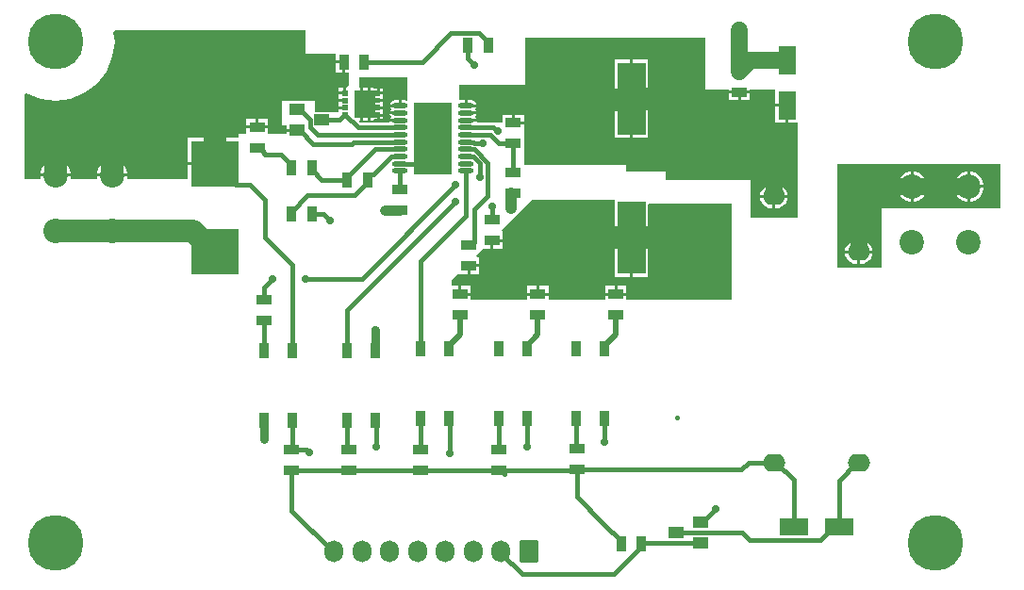
<source format=gbr>
%TF.GenerationSoftware,Altium Limited,Altium Designer,21.3.2 (30)*%
G04 Layer_Physical_Order=1*
G04 Layer_Color=255*
%FSLAX45Y45*%
%MOMM*%
%TF.SameCoordinates,D9DFDB92-F573-4E1A-9105-0BCF1000EC4C*%
%TF.FilePolarity,Positive*%
%TF.FileFunction,Copper,L1,Top,Signal*%
%TF.Part,Single*%
G01*
G75*
%TA.AperFunction,SMDPad,CuDef*%
%ADD10R,0.95000X1.40000*%
%ADD11R,4.30000X4.10000*%
%ADD12R,0.90000X1.40000*%
%ADD13R,1.40000X0.95000*%
%ADD14R,1.40000X1.00000*%
%ADD15O,1.40000X0.45000*%
%TA.AperFunction,SMDPad,SMDef*%
%ADD16R,3.40000X6.50000*%
%TA.AperFunction,SMDPad,CuDef*%
%ADD17R,0.63000X0.50000*%
%TA.AperFunction,BGAPad,CuDef*%
%ADD18R,0.25000X0.25000*%
%TA.AperFunction,SMDPad,CuDef*%
%ADD19R,0.50000X0.50000*%
%ADD20R,2.60000X1.60000*%
%ADD21R,1.60000X2.60000*%
%ADD22R,2.50000X6.50000*%
%TA.AperFunction,Conductor*%
%ADD23C,0.38100*%
%ADD24C,2.00000*%
%ADD25C,1.50000*%
%ADD26C,0.80000*%
%ADD27C,0.50000*%
%ADD28C,0.90000*%
%ADD29C,1.00000*%
%TA.AperFunction,NonConductor*%
%ADD30C,0.38100*%
%TA.AperFunction,ComponentPad*%
%ADD31C,2.20000*%
%ADD32O,2.00000X1.60000*%
G04:AMPARAMS|DCode=33|XSize=1.7mm|YSize=1.95mm|CornerRadius=0.85mm|HoleSize=0mm|Usage=FLASHONLY|Rotation=180.000|XOffset=0mm|YOffset=0mm|HoleType=Round|Shape=RoundedRectangle|*
%AMROUNDEDRECTD33*
21,1,1.70000,0.25000,0,0,180.0*
21,1,0.00000,1.95000,0,0,180.0*
1,1,1.70000,0.00000,0.12500*
1,1,1.70000,0.00000,0.12500*
1,1,1.70000,0.00000,-0.12500*
1,1,1.70000,0.00000,-0.12500*
%
%ADD33ROUNDEDRECTD33*%
G04:AMPARAMS|DCode=34|XSize=1.7mm|YSize=1.95mm|CornerRadius=0.1275mm|HoleSize=0mm|Usage=FLASHONLY|Rotation=180.000|XOffset=0mm|YOffset=0mm|HoleType=Round|Shape=RoundedRectangle|*
%AMROUNDEDRECTD34*
21,1,1.70000,1.69500,0,0,180.0*
21,1,1.44500,1.95000,0,0,180.0*
1,1,0.25500,-0.72250,0.84750*
1,1,0.25500,0.72250,0.84750*
1,1,0.25500,0.72250,-0.84750*
1,1,0.25500,-0.72250,-0.84750*
%
%ADD34ROUNDEDRECTD34*%
%ADD35C,5.00000*%
%TA.AperFunction,ViaPad*%
%ADD36C,0.70000*%
%ADD37C,1.00000*%
%ADD38C,0.50000*%
G36*
X2840000Y4989999D02*
X3114600Y4989999D01*
Y4932700D01*
X3187500D01*
Y4920000D01*
X3200200D01*
Y4824600D01*
X3230000D01*
X3230000Y4707975D01*
X3210700Y4687975D01*
X3209300D01*
Y4637575D01*
X3196600D01*
Y4624875D01*
X3139701D01*
Y4587175D01*
Y4584975D01*
X3196600D01*
Y4559575D01*
X3139701D01*
Y4519675D01*
X3196600D01*
Y4494275D01*
X3139701D01*
Y4470000D01*
X2930000D01*
Y4570000D01*
X2630000Y4570000D01*
X2630000Y4350000D01*
X2674601D01*
Y4317700D01*
X2770001D01*
Y4292300D01*
X2674601D01*
Y4270000D01*
X2505400D01*
Y4319800D01*
X2410001D01*
X2314601D01*
Y4270000D01*
X2240000D01*
Y4235400D01*
X2042700D01*
Y4005000D01*
X2030000D01*
Y3992300D01*
X1789600D01*
Y3870000D01*
X1245450D01*
X1243400Y3873067D01*
Y3887300D01*
X1108000D01*
X972600D01*
Y3873067D01*
X970551Y3870000D01*
X737450D01*
X735400Y3873067D01*
Y3887300D01*
X600000D01*
X464600D01*
Y3873067D01*
X462551Y3870000D01*
X320000D01*
X320000Y4630186D01*
X340000Y4639180D01*
X462885Y4588279D01*
X600000Y4570228D01*
X737115Y4588279D01*
X864886Y4641204D01*
X974606Y4725394D01*
X1058796Y4835114D01*
X1111721Y4962885D01*
X1129772Y5100000D01*
X1118587Y5184962D01*
X1131774Y5199999D01*
X2840000Y5200000D01*
Y4989999D01*
D02*
G37*
G36*
X3760000Y4580368D02*
X3750183Y4572311D01*
X3742501Y4573839D01*
X3707701D01*
Y4525000D01*
X3695001D01*
Y4512300D01*
X3601189D01*
X3602380Y4506311D01*
X3611608Y4492500D01*
X3602380Y4478690D01*
X3601189Y4472700D01*
X3695001D01*
Y4447300D01*
X3601189D01*
X3602380Y4441311D01*
X3611608Y4427500D01*
X3602380Y4413690D01*
X3601189Y4407701D01*
X3695001D01*
Y4382301D01*
X3600838D01*
X3592485Y4370000D01*
X3330000Y4369999D01*
Y4392100D01*
X3337300D01*
Y4417575D01*
X3284100D01*
Y4662574D01*
X3337300D01*
Y4687899D01*
X3330000D01*
Y4779999D01*
X3760000Y4780000D01*
X3760000Y4580368D01*
D02*
G37*
G36*
X6430000Y4670000D02*
X6644600D01*
Y4660200D01*
X6835400D01*
Y4670000D01*
X7064600D01*
Y4540200D01*
X7170001D01*
Y4527500D01*
X7182701D01*
Y4372100D01*
X7260000D01*
Y3519496D01*
X6840000Y3519496D01*
Y3860000D01*
X6080000D01*
Y3930000D01*
X5720000D01*
Y3990000D01*
X4810000D01*
Y4359800D01*
X4710000D01*
Y4372500D01*
X4697300D01*
Y4445400D01*
X4614600D01*
Y4370000D01*
X4395628D01*
X4386229Y4382300D01*
X4285002D01*
Y4407700D01*
X4378813D01*
X4377622Y4413690D01*
X4368394Y4427500D01*
X4377622Y4441311D01*
X4378813Y4447300D01*
X4285001D01*
Y4472700D01*
X4378813D01*
X4377622Y4478690D01*
X4368394Y4492500D01*
X4377622Y4506311D01*
X4378813Y4512300D01*
X4285001D01*
Y4525000D01*
X4272301D01*
Y4573839D01*
X4237501D01*
X4235461Y4573433D01*
X4220000Y4586121D01*
Y4710000D01*
X4821002Y4709999D01*
Y5140000D01*
X6430000D01*
X6430000Y4670000D01*
D02*
G37*
G36*
X5619600Y3680000D02*
Y3352700D01*
X5920400D01*
Y3641610D01*
X5930000Y3650000D01*
X6670000D01*
X6670000Y2780000D01*
X5725400D01*
Y2819800D01*
X5534601D01*
Y2780000D01*
X5025400Y2779999D01*
Y2819800D01*
X4834601D01*
Y2779999D01*
X4325400D01*
Y2819800D01*
X4230000D01*
Y2832500D01*
X4217300D01*
Y2905400D01*
X4160000D01*
Y2959999D01*
X4214601Y3014600D01*
X4297300D01*
Y3087500D01*
X4310000D01*
Y3100200D01*
X4405400D01*
Y3160400D01*
X4386532D01*
X4378878Y3178878D01*
X4442101Y3242100D01*
X4507300D01*
Y3315000D01*
X4520000D01*
Y3327700D01*
X4615400D01*
Y3387900D01*
X4614032D01*
X4606379Y3406378D01*
X4880001Y3680000D01*
X5619600Y3680000D01*
D02*
G37*
G36*
X9080000Y3600000D02*
X8020000D01*
Y3070000D01*
X7620000D01*
Y4000000D01*
X9080000D01*
Y3600000D01*
D02*
G37*
%LPC*%
G36*
X3174800Y4907300D02*
X3114600D01*
Y4824600D01*
X3174800D01*
Y4907300D01*
D02*
G37*
G36*
X3183900Y4687975D02*
X3139701D01*
Y4650275D01*
X3183900D01*
Y4687975D01*
D02*
G37*
G36*
X2505400Y4405400D02*
X2422701D01*
Y4345200D01*
X2505400D01*
Y4405400D01*
D02*
G37*
G36*
X2397301D02*
X2314601D01*
Y4345200D01*
X2397301D01*
Y4405400D01*
D02*
G37*
G36*
X2017300Y4235400D02*
X1789600D01*
Y4017700D01*
X2017300D01*
Y4235400D01*
D02*
G37*
G36*
X1134933Y4035400D02*
X1120700D01*
Y3912700D01*
X1243400D01*
Y3926932D01*
X1222786Y3976698D01*
X1184698Y4014786D01*
X1134933Y4035400D01*
D02*
G37*
G36*
X626933D02*
X612700D01*
Y3912700D01*
X735400D01*
Y3926932D01*
X714786Y3976698D01*
X676698Y4014786D01*
X626933Y4035400D01*
D02*
G37*
G36*
X1095300D02*
X1081067D01*
X1031302Y4014786D01*
X993214Y3976698D01*
X972600Y3926932D01*
Y3912700D01*
X1095300D01*
Y4035400D01*
D02*
G37*
G36*
X587300D02*
X573067D01*
X523302Y4014786D01*
X485214Y3976698D01*
X464600Y3926932D01*
Y3912700D01*
X587300D01*
Y4035400D01*
D02*
G37*
G36*
X3387900Y4687899D02*
X3362700D01*
Y4662574D01*
X3404000Y4662574D01*
Y4687474D01*
X3387900D01*
Y4687899D01*
D02*
G37*
G36*
X3454600Y4687474D02*
X3429400D01*
Y4662574D01*
X3490550Y4662574D01*
Y4675774D01*
X3467300D01*
X3465350Y4675775D01*
X3454600Y4680481D01*
Y4687474D01*
D02*
G37*
G36*
X3515950Y4675774D02*
Y4662573D01*
X3516101D01*
Y4650575D01*
X3541150D01*
Y4675774D01*
X3515950D01*
D02*
G37*
G36*
X3541150Y4625175D02*
X3516101D01*
Y4612877D01*
X3474100Y4612875D01*
X3474100Y4597426D01*
X3516100D01*
Y4585175D01*
X3540400D01*
Y4599975D01*
X3541150D01*
Y4625175D01*
D02*
G37*
G36*
X3682301Y4573839D02*
X3647501D01*
X3628811Y4570121D01*
X3612967Y4559534D01*
X3602380Y4543690D01*
X3601189Y4537700D01*
X3682301D01*
Y4573839D01*
D02*
G37*
G36*
X3540400Y4559775D02*
X3516100D01*
Y4547776D01*
X3474100D01*
X3474101Y4532476D01*
X3516100D01*
Y4519775D01*
X3541300D01*
Y4544975D01*
X3540400D01*
Y4559775D01*
D02*
G37*
G36*
X3541300Y4494375D02*
X3516100D01*
Y4482676D01*
X3474100D01*
Y4467226D01*
X3516100D01*
Y4454375D01*
X3540550D01*
Y4469175D01*
X3541300D01*
Y4494375D01*
D02*
G37*
G36*
X3540550Y4428975D02*
X3516100D01*
Y4417575D01*
X3515350D01*
Y4403775D01*
X3540550D01*
Y4428975D01*
D02*
G37*
G36*
X3489950Y4417575D02*
X3429400D01*
Y4393275D01*
X3454600D01*
Y4397620D01*
X3464750Y4403775D01*
X3467300Y4403775D01*
X3489950D01*
Y4417575D01*
D02*
G37*
G36*
X3404000D02*
X3362700D01*
Y4392100D01*
X3387900D01*
Y4393275D01*
X3404000D01*
Y4417575D01*
D02*
G37*
G36*
X5920400Y4940400D02*
X5782700D01*
Y4602700D01*
X5920400D01*
Y4940400D01*
D02*
G37*
G36*
X5757300D02*
X5619600D01*
Y4602700D01*
X5757300D01*
Y4940400D01*
D02*
G37*
G36*
X6835400Y4634800D02*
X6752700D01*
Y4574600D01*
X6835400D01*
Y4634800D01*
D02*
G37*
G36*
X6727300D02*
X6644600D01*
Y4574600D01*
X6727300D01*
Y4634800D01*
D02*
G37*
G36*
X4332501Y4573839D02*
X4297701D01*
Y4537700D01*
X4378813D01*
X4377622Y4543690D01*
X4367035Y4559534D01*
X4351191Y4570121D01*
X4332501Y4573839D01*
D02*
G37*
G36*
X4805400Y4445400D02*
X4722700D01*
Y4385200D01*
X4805400D01*
Y4445400D01*
D02*
G37*
G36*
X7157301Y4514800D02*
X7064600D01*
Y4372100D01*
X7157301D01*
Y4514800D01*
D02*
G37*
G36*
X5920400Y4577300D02*
X5782700D01*
Y4239600D01*
X5920400D01*
Y4577300D01*
D02*
G37*
G36*
X5757300D02*
X5619600D01*
Y4239600D01*
X5757300D01*
Y4577300D01*
D02*
G37*
G36*
X7070000Y3816309D02*
X7062700D01*
Y3722699D01*
X7174638D01*
X7172687Y3737514D01*
X7162067Y3763154D01*
X7145172Y3785171D01*
X7123155Y3802066D01*
X7097515Y3812687D01*
X7070000Y3816309D01*
D02*
G37*
G36*
X7037300D02*
X7030000D01*
X7002485Y3812687D01*
X6976845Y3802066D01*
X6954828Y3785171D01*
X6937933Y3763154D01*
X6927313Y3737514D01*
X6925362Y3722699D01*
X7037300D01*
Y3816309D01*
D02*
G37*
G36*
X7174638Y3697299D02*
X7062700D01*
Y3603690D01*
X7070000D01*
X7097515Y3607312D01*
X7123155Y3617933D01*
X7145172Y3634827D01*
X7162067Y3656845D01*
X7172687Y3682485D01*
X7174638Y3697299D01*
D02*
G37*
G36*
X7037300D02*
X6925362D01*
X6927313Y3682485D01*
X6937933Y3656845D01*
X6954828Y3634827D01*
X6976845Y3617933D01*
X7002485Y3607312D01*
X7030000Y3603690D01*
X7037300D01*
Y3697299D01*
D02*
G37*
G36*
X4615400Y3302300D02*
X4532700D01*
Y3242100D01*
X4615400D01*
Y3302300D01*
D02*
G37*
G36*
X4405400Y3074800D02*
X4322700D01*
Y3014600D01*
X4405400D01*
Y3074800D01*
D02*
G37*
G36*
X5920400Y3327300D02*
X5782700D01*
Y2989600D01*
X5920400D01*
Y3327300D01*
D02*
G37*
G36*
X5757300D02*
X5619600D01*
Y2989600D01*
X5757300D01*
Y3327300D01*
D02*
G37*
G36*
X5725400Y2905400D02*
X5642700D01*
Y2845200D01*
X5725400D01*
Y2905400D01*
D02*
G37*
G36*
X5617300D02*
X5534601D01*
Y2845200D01*
X5617300D01*
Y2905400D01*
D02*
G37*
G36*
X5025400D02*
X4942701D01*
Y2845200D01*
X5025400D01*
Y2905400D01*
D02*
G37*
G36*
X4917301D02*
X4834601D01*
Y2845200D01*
X4917301D01*
Y2905400D01*
D02*
G37*
G36*
X4325400D02*
X4242700D01*
Y2845200D01*
X4325400D01*
Y2905400D01*
D02*
G37*
G36*
X8817826Y3935400D02*
X8812700D01*
Y3812700D01*
X8935400D01*
Y3817825D01*
X8926173Y3852262D01*
X8908347Y3883137D01*
X8883137Y3908347D01*
X8852262Y3926172D01*
X8817826Y3935400D01*
D02*
G37*
G36*
X8787300D02*
X8782174D01*
X8747737Y3926172D01*
X8716862Y3908347D01*
X8691653Y3883137D01*
X8673827Y3852262D01*
X8664600Y3817825D01*
Y3812700D01*
X8787300D01*
Y3935400D01*
D02*
G37*
G36*
X8309826D02*
X8304700D01*
Y3812700D01*
X8427400D01*
Y3817825D01*
X8418173Y3852262D01*
X8400347Y3883137D01*
X8375137Y3908347D01*
X8344262Y3926172D01*
X8309826Y3935400D01*
D02*
G37*
G36*
X8279300D02*
X8274174D01*
X8239737Y3926172D01*
X8208862Y3908347D01*
X8183653Y3883137D01*
X8165827Y3852262D01*
X8156600Y3817825D01*
Y3812700D01*
X8279300D01*
Y3935400D01*
D02*
G37*
G36*
X8935400Y3787300D02*
X8812700D01*
Y3664600D01*
X8817826D01*
X8852262Y3673827D01*
X8883137Y3691653D01*
X8908347Y3716862D01*
X8926173Y3747737D01*
X8935400Y3782174D01*
Y3787300D01*
D02*
G37*
G36*
X8787300D02*
X8664600D01*
Y3782174D01*
X8673827Y3747737D01*
X8691653Y3716862D01*
X8716862Y3691653D01*
X8747737Y3673827D01*
X8782174Y3664600D01*
X8787300D01*
Y3787300D01*
D02*
G37*
G36*
X8427400D02*
X8304700D01*
Y3664600D01*
X8309826D01*
X8344262Y3673827D01*
X8375137Y3691653D01*
X8400347Y3716862D01*
X8418173Y3747737D01*
X8427400Y3782174D01*
Y3787300D01*
D02*
G37*
G36*
X8279300D02*
X8156600D01*
Y3782174D01*
X8165827Y3747737D01*
X8183653Y3716862D01*
X8208862Y3691653D01*
X8239737Y3673827D01*
X8274174Y3664600D01*
X8279300D01*
Y3787300D01*
D02*
G37*
G36*
X7832001Y3316309D02*
X7824700D01*
Y3222700D01*
X7936638D01*
X7934688Y3237514D01*
X7924067Y3263154D01*
X7907173Y3285172D01*
X7885155Y3302066D01*
X7859515Y3312687D01*
X7832001Y3316309D01*
D02*
G37*
G36*
X7799300D02*
X7792000D01*
X7764485Y3312687D01*
X7738846Y3302066D01*
X7716828Y3285172D01*
X7699934Y3263154D01*
X7689313Y3237514D01*
X7687363Y3222700D01*
X7799300D01*
Y3316309D01*
D02*
G37*
G36*
X7936638Y3197300D02*
X7824700D01*
Y3103690D01*
X7832001D01*
X7859515Y3107313D01*
X7885155Y3117933D01*
X7907173Y3134828D01*
X7924067Y3156845D01*
X7934688Y3182485D01*
X7936638Y3197300D01*
D02*
G37*
G36*
X7799300D02*
X7687363D01*
X7689313Y3182485D01*
X7699934Y3156845D01*
X7716828Y3134828D01*
X7738846Y3117933D01*
X7764485Y3107313D01*
X7792000Y3103690D01*
X7799300D01*
Y3197300D01*
D02*
G37*
%LPD*%
D10*
X4297500Y5070000D02*
D03*
X4482500D02*
D03*
X3187500Y4920000D02*
D03*
X3372500D02*
D03*
X2902500Y3550000D02*
D03*
X2717501D02*
D03*
X3402500Y3860000D02*
D03*
X3217501D02*
D03*
X2902500Y3970000D02*
D03*
X2717501D02*
D03*
X5862500Y590000D02*
D03*
X5677500D02*
D03*
D11*
X2030000Y3215000D02*
D03*
Y4005000D02*
D03*
D12*
X2723000Y1695000D02*
D03*
X2469000D02*
D03*
Y2325000D02*
D03*
X2723000D02*
D03*
X3220000Y2325000D02*
D03*
X3474000D02*
D03*
Y1695000D02*
D03*
X3220000D02*
D03*
X3878000Y2345000D02*
D03*
X4132000D02*
D03*
Y1715000D02*
D03*
X3878000D02*
D03*
X4576999Y2345000D02*
D03*
X4830999D02*
D03*
Y1715000D02*
D03*
X4576999D02*
D03*
X5275999Y2345000D02*
D03*
X5529999D02*
D03*
Y1715000D02*
D03*
X5275999D02*
D03*
D13*
X4310000Y3087500D02*
D03*
Y3272500D02*
D03*
X4520000Y3500000D02*
D03*
Y3315000D02*
D03*
X4710000Y3737500D02*
D03*
Y3922500D02*
D03*
X5630000Y2647500D02*
D03*
Y2832500D02*
D03*
X4930001Y2647500D02*
D03*
Y2832500D02*
D03*
X4230000Y2647500D02*
D03*
Y2832500D02*
D03*
X4710000Y4187500D02*
D03*
Y4372500D02*
D03*
X2470000Y2597500D02*
D03*
Y2782500D02*
D03*
X2410001Y4147500D02*
D03*
Y4332500D02*
D03*
X5280000Y1257500D02*
D03*
Y1442500D02*
D03*
X4580000Y1247500D02*
D03*
Y1432500D02*
D03*
X3880000Y1247500D02*
D03*
Y1432500D02*
D03*
X3230000Y1247500D02*
D03*
Y1432500D02*
D03*
X2720000D02*
D03*
Y1247500D02*
D03*
X3690000Y3772500D02*
D03*
Y3587500D02*
D03*
X6740000Y4832500D02*
D03*
Y4647500D02*
D03*
D14*
X2770001Y4495000D02*
D03*
Y4305000D02*
D03*
X2990001Y4400000D02*
D03*
X6390000Y595000D02*
D03*
Y785000D02*
D03*
X6170000Y690000D02*
D03*
D15*
X3695001Y4525000D02*
D03*
Y4460000D02*
D03*
Y4395000D02*
D03*
Y4330000D02*
D03*
Y4265000D02*
D03*
Y4200000D02*
D03*
Y4135000D02*
D03*
Y4070000D02*
D03*
Y4005000D02*
D03*
Y3940000D02*
D03*
X4285001D02*
D03*
Y4005000D02*
D03*
Y4070000D02*
D03*
Y4135000D02*
D03*
Y4200000D02*
D03*
Y4265000D02*
D03*
Y4330000D02*
D03*
Y4395000D02*
D03*
Y4460000D02*
D03*
Y4525000D02*
D03*
D16*
X3990001Y4232500D02*
D03*
D17*
X3196600Y4441675D02*
D03*
Y4506975D02*
D03*
Y4572275D02*
D03*
Y4637575D02*
D03*
D18*
X3416700Y4649575D02*
D03*
X3350000Y4650000D02*
D03*
Y4430000D02*
D03*
X3416700Y4431175D02*
D03*
X3503250Y4637875D02*
D03*
X3502500Y4572475D02*
D03*
X3503400Y4507075D02*
D03*
X3502650Y4441675D02*
D03*
D19*
X3445250Y4540825D02*
D03*
D20*
X7227500Y740000D02*
D03*
X7632500D02*
D03*
D21*
X7170000Y4527500D02*
D03*
Y4932500D02*
D03*
D22*
X5770000Y4590000D02*
D03*
Y3340000D02*
D03*
D23*
X4520000Y3500000D02*
Y3620000D01*
X2215950Y3819050D02*
X2340950D01*
X2030000Y4005000D02*
X2215950Y3819050D01*
X2340950D02*
X2480000Y3680000D01*
Y3340000D02*
Y3680000D01*
Y3340000D02*
X2723000Y3097000D01*
Y2325000D02*
Y3097000D01*
X2470000Y2890000D02*
X2550000Y2970000D01*
X2470000Y2782500D02*
Y2890000D01*
X2840000Y2970000D02*
X3349199D01*
X3220000Y1442500D02*
X3230000Y1432500D01*
X3220000Y1442500D02*
Y1695000D01*
Y2325000D02*
Y2690000D01*
X4400710Y5174290D02*
X4482500Y5092500D01*
X4144290Y5174290D02*
X4400710D01*
X4482500Y5070000D02*
Y5092500D01*
X3890000Y4920000D02*
X4144290Y5174290D01*
X3372500Y4920000D02*
X3890000D01*
X4297500Y4952500D02*
Y5070000D01*
Y4952500D02*
X4360000Y4890000D01*
X3349199Y2970000D02*
X4192812Y3813613D01*
X4285001Y3535001D02*
Y3940000D01*
X2469000Y2325000D02*
Y2596500D01*
X2470000Y2597500D01*
X2865000Y3720000D02*
X3285000D01*
X2717501Y3572500D02*
X2865000Y3720000D01*
X5867500Y572500D02*
Y595000D01*
X5615000Y320000D02*
X5867500Y572500D01*
X4600000Y507500D02*
Y520000D01*
Y507500D02*
X4787500Y320000D01*
X5615000D01*
X3477000Y1463000D02*
Y1692000D01*
X3474000Y1695000D02*
X3477000Y1692000D01*
Y1463000D02*
X3480000Y1460000D01*
X2720000Y1432500D02*
X2848868D01*
X2871368Y1410000D01*
X2880000D01*
X2720000Y1432500D02*
X2723000Y1435500D01*
Y1695000D01*
X4580000Y1247500D02*
X4602500D01*
X3880000D02*
X4580000D01*
X3230000Y1247500D02*
X3880000D01*
X3880000Y1247500D01*
X2720000Y1247500D02*
X3230000D01*
X2720000Y890000D02*
Y1247500D01*
Y890000D02*
X3090000Y520000D01*
X3100000D01*
Y540000D01*
X4585000Y1252500D02*
X5280000D01*
Y1257500D01*
Y1010000D02*
Y1252500D01*
Y1010000D02*
X5520000Y770000D01*
X5677500Y590000D02*
Y612500D01*
X5520000Y770000D02*
X5677500Y612500D01*
X5520000Y770000D02*
X5520000D01*
X5867500Y595000D02*
X6390000D01*
Y785000D02*
X6410000D01*
X6525000Y900000D01*
X6530000D01*
X5530000Y1500001D02*
X5530000Y1500000D01*
X5529999Y1715000D02*
X5530000Y1715000D01*
Y1500001D02*
Y1715000D01*
X4830500Y1460499D02*
Y1714500D01*
X4830000Y1460000D02*
X4830500Y1460499D01*
Y1714500D02*
X4830999Y1715000D01*
X4136000Y1404000D02*
X4140000Y1400000D01*
X4132000Y1715000D02*
X4136000Y1711000D01*
Y1404000D02*
Y1711000D01*
X4359568Y4133680D02*
X4479290Y4013958D01*
X4285001Y4265000D02*
X4500433D01*
X4479290Y3716624D02*
Y4013958D01*
X4286321Y4133680D02*
X4359568D01*
X4357815Y4190000D02*
X4440000D01*
X4500433Y4265000D02*
X4577934Y4187500D01*
X4360950Y3598284D02*
X4479290Y3716624D01*
X3220000Y2690000D02*
X4190000Y3660000D01*
X4410000Y3880000D02*
Y4007815D01*
X4349135Y4068680D02*
X4410000Y4007815D01*
X4360950Y3300950D02*
Y3598284D01*
X4285001Y4070000D02*
X4286321Y4068680D01*
X4349135D01*
X4332500Y3272500D02*
X4360950Y3300950D01*
X3878000Y3128000D02*
X4285001Y3535001D01*
Y4135000D02*
X4286321Y4133680D01*
X4310000Y3272500D02*
X4332500D01*
X3878000Y2345000D02*
Y3128000D01*
X4349135Y4198680D02*
X4357815Y4190000D01*
X4285001Y4200000D02*
X4286321Y4198680D01*
X4349135D01*
X4561368Y4300000D02*
X4570000D01*
X4531368Y4330000D02*
X4561368Y4300000D01*
X4285001Y4330000D02*
X4531368D01*
X4577934Y4187500D02*
X4710000D01*
X2902500Y3947500D02*
X2990000Y3860000D01*
X2902500Y3947500D02*
Y3970000D01*
X2990000Y3860000D02*
X3217501D01*
Y3882500D02*
X3470001Y4135000D01*
X3695001D01*
X3217501Y3860000D02*
Y3882500D01*
X2717501Y3550000D02*
Y3572500D01*
X2902500Y3550000D02*
X3007150D01*
X3065710Y3490620D02*
Y3491440D01*
X3007150Y3550000D02*
X3065710Y3491440D01*
X3285000Y3720000D02*
X3402500Y3837500D01*
Y3860000D01*
X3453451Y3910950D02*
X3611180Y4068680D01*
X3430950Y3910950D02*
X3453451D01*
X3402500Y3882500D02*
X3430950Y3910950D01*
X3693681Y4068680D02*
X3695001Y4070000D01*
X3611180Y4068680D02*
X3693681D01*
X3402500Y3860000D02*
Y3882500D01*
X4602500Y1247500D02*
X4630950Y1219050D01*
X3878000Y1434500D02*
X3880000Y1432500D01*
X3878000Y1434500D02*
Y1715000D01*
X7070000Y1320000D02*
X7227500Y1162500D01*
Y740000D02*
Y1162500D01*
X7050000Y1320000D02*
X7070000D01*
X6820000D02*
X7050000D01*
X6757500Y1257500D02*
X6820000Y1320000D01*
X5280000Y1257500D02*
X6757500D01*
X2770001Y4495000D02*
X2790001D01*
X2885711Y4399290D01*
Y4335797D02*
Y4399290D01*
Y4335797D02*
X2956507Y4265000D01*
X3695001D01*
X4710000Y3922500D02*
Y4187500D01*
X4576999Y1435501D02*
X4580000Y1432500D01*
X4576999Y1435501D02*
Y1715000D01*
X3314776Y4330000D02*
X3695001D01*
X3203101Y4441675D02*
X3314776Y4330000D01*
X3196601Y4441675D02*
X3203101D01*
X3188751Y4442050D02*
X3195251D01*
X3146701Y4400000D02*
X3188751Y4442050D01*
X2990001Y4400000D02*
X3146701D01*
X5275999Y1446501D02*
Y1715000D01*
Y1446501D02*
X5280000Y1442500D01*
X3693188Y3940000D02*
X3695001D01*
X3690000Y3936813D02*
X3693188Y3940000D01*
X3690000Y3772500D02*
Y3936813D01*
X2410001Y4147500D02*
X2432501D01*
X2460951Y4112318D02*
Y4119050D01*
X2432501Y4147500D02*
X2460951Y4119050D01*
Y4112318D02*
X2483269Y4090000D01*
X2620001D01*
X2717501Y3970000D02*
Y3992500D01*
X2689051Y4020950D02*
X2717501Y3992500D01*
X2689050Y4020950D02*
X2689051D01*
X2620001Y4090000D02*
X2689050Y4020950D01*
X3839051Y4005000D02*
X3860001Y3984050D01*
Y3972500D02*
Y3984050D01*
X3695001Y4005000D02*
X3839051D01*
X3695000Y4200000D02*
X3695001Y4200000D01*
X2770001Y4305000D02*
X2790001D01*
X3260000Y4180000D02*
X3280000Y4200000D01*
X3695000D01*
X2790001Y4305000D02*
X2915001Y4180000D01*
X3260000D01*
X7468210Y625710D02*
X7582500Y740000D01*
X6828472Y625710D02*
X7468210D01*
X6764182Y690000D02*
X6828472Y625710D01*
X6170000Y690000D02*
X6764182D01*
X7582500Y740000D02*
X7632500D01*
Y1160500D01*
X7792000Y1320000D02*
X7812000D01*
X7632500Y1160500D02*
X7792000Y1320000D01*
D24*
X2030000Y4005000D02*
Y4410000D01*
X1835000Y3400000D02*
X1915000Y3320000D01*
X600000Y3400000D02*
X1835000D01*
X1915000Y3320000D02*
X1925000D01*
X2030000Y3215000D01*
X603827Y3903827D02*
Y4263827D01*
X600000Y3900000D02*
X603827Y3903827D01*
Y4263827D02*
X620000Y4280000D01*
X1108000Y4228000D02*
X1110000Y4230000D01*
X1108000Y3900000D02*
Y4228000D01*
X1940000Y3300000D02*
X2025000Y3215000D01*
X2030000D01*
X5770000Y4590000D02*
X5970000D01*
X5530000Y4580000D02*
X5760000D01*
X5770000Y4590000D01*
Y3340000D02*
X5980000D01*
X5540000D02*
X5770000D01*
D25*
X8292000Y3800000D02*
X8800000D01*
X8050000Y3800000D02*
X8292000D01*
X8292000Y3800000D01*
X7810000Y3470000D02*
X7812000Y3467999D01*
Y3210000D02*
Y3467999D01*
X7050000Y3709999D02*
Y4000000D01*
X6740000Y4832500D02*
Y5200000D01*
Y4832500D02*
X6840001Y4932500D01*
X7170000D01*
D26*
X2469000Y1531000D02*
X2470000Y1530000D01*
X2469000Y1531000D02*
Y1695000D01*
X3474000Y2325000D02*
Y2506000D01*
X3470000Y2510000D02*
X3474000Y2506000D01*
D27*
X4132000Y2345000D02*
Y2370000D01*
X5630000Y2470001D02*
Y2647500D01*
X5529999Y2370000D02*
X5630000Y2470001D01*
X5529999Y2345000D02*
Y2370000D01*
X4930001Y2469001D02*
Y2647500D01*
X4830999Y2370000D02*
X4930001Y2469001D01*
X4830999Y2345000D02*
Y2370000D01*
X4132000D02*
X4230000Y2468001D01*
Y2647500D01*
D28*
X3558902Y3587500D02*
X3690000D01*
D29*
X4690000Y3600000D02*
Y3735000D01*
D30*
X6176999Y1725000D02*
X6178213Y1723786D01*
D31*
X8292000Y3300000D02*
D03*
X8800000D02*
D03*
X8292000Y3800000D02*
D03*
X8800000D02*
D03*
X600000Y3400000D02*
D03*
X1108000D02*
D03*
X600000Y3900000D02*
D03*
X1108000D02*
D03*
D32*
X7050000Y1320000D02*
D03*
Y3709999D02*
D03*
X7812000Y3210000D02*
D03*
Y1320000D02*
D03*
D33*
X3100000Y520000D02*
D03*
X3350000D02*
D03*
X3600000D02*
D03*
X3850000D02*
D03*
X4100000D02*
D03*
X4350000D02*
D03*
X4600000D02*
D03*
D34*
X4850000D02*
D03*
D35*
X8500000Y600000D02*
D03*
X600000Y600000D02*
D03*
X8500000Y5100000D02*
D03*
X600000D02*
D03*
D36*
X4520000Y3620000D02*
D03*
X2840000Y2970000D02*
D03*
X1940000Y3300000D02*
D03*
Y3120000D02*
D03*
X2140000D02*
D03*
Y3300000D02*
D03*
X2470000Y1530000D02*
D03*
X4192812Y3813613D02*
D03*
X2550000Y2970000D02*
D03*
X3470000Y2510000D02*
D03*
X3480000Y1460000D02*
D03*
X2880000Y1410000D02*
D03*
X6530000Y900000D02*
D03*
X5530000Y1500000D02*
D03*
X4830000Y1460000D02*
D03*
X4140000Y1400000D02*
D03*
X4440000Y4190000D02*
D03*
X4190000Y3660000D02*
D03*
X4410000Y3880000D02*
D03*
X4360000Y4890000D02*
D03*
X4570000Y4300000D02*
D03*
X3065710Y3490620D02*
D03*
X4580000Y3050000D02*
D03*
X4860000D02*
D03*
Y3260000D02*
D03*
X5160000Y3050000D02*
D03*
X5200000Y2890000D02*
D03*
X4580000D02*
D03*
X5277402Y2348270D02*
D03*
X3878000Y2345000D02*
D03*
X4576999D02*
D03*
X3558902Y3587500D02*
D03*
X6520000Y2890000D02*
D03*
X6210000Y2900000D02*
D03*
X6520000Y3270000D02*
D03*
X6310000Y3070000D02*
D03*
X6530000D02*
D03*
X6310000Y3270000D02*
D03*
X4690000Y3600000D02*
D03*
X5410000Y3050000D02*
D03*
X5160000Y3260000D02*
D03*
X6070000Y3270000D02*
D03*
Y3070000D02*
D03*
X5410000Y3260000D02*
D03*
D37*
X6740000Y5200000D02*
D03*
D38*
X4120001Y4232500D02*
D03*
Y4492500D02*
D03*
Y4362500D02*
D03*
X3990001Y4492500D02*
D03*
Y4362500D02*
D03*
Y4232500D02*
D03*
X4120001Y3972500D02*
D03*
X3860001Y4102500D02*
D03*
X4120001D02*
D03*
X3990001Y3972500D02*
D03*
Y4102500D02*
D03*
X3860001Y4362500D02*
D03*
Y4232500D02*
D03*
Y4492500D02*
D03*
Y3972500D02*
D03*
%TF.MD5,f626bdebc1cde8d722bdf7f05d0e215c*%
M02*

</source>
